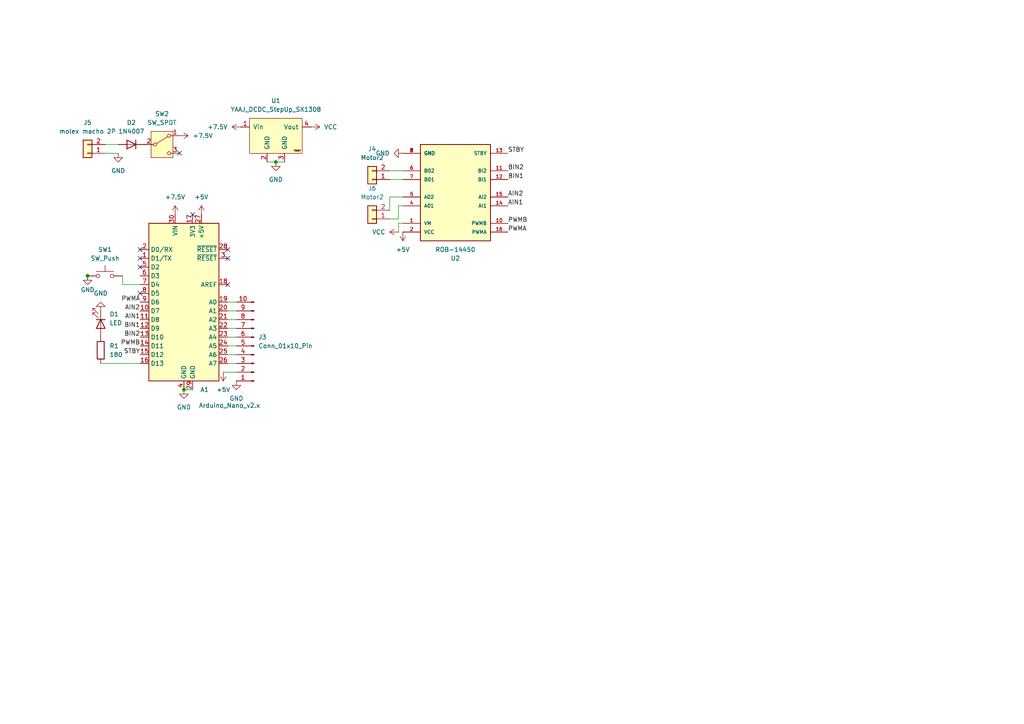
<source format=kicad_sch>
(kicad_sch (version 20231120) (generator "eeschema") (generator_version "8.0")
  (paper "A4")
  (lib_symbols
    (symbol "Connector:Conn_01x10_Pin" (pin_names (offset 1.016) hide)
      (property "Reference" "J" (at 0 12.7 0))
      (property "Value" "Conn_01x10_Pin" (at 0 -15.24 0))
      (symbol "Conn_01x10_Pin_1_1"
        (polyline (pts (xy 1.27 -12.7) (xy 0.8636 -12.7)) (stroke (width 0.1524)))
        (polyline (pts (xy 1.27 -10.16) (xy 0.8636 -10.16)) (stroke (width 0.1524)))
        (polyline (pts (xy 1.27 -7.62) (xy 0.8636 -7.62)) (stroke (width 0.1524)))
        (polyline (pts (xy 1.27 -5.08) (xy 0.8636 -5.08)) (stroke (width 0.1524)))
        (polyline (pts (xy 1.27 -2.54) (xy 0.8636 -2.54)) (stroke (width 0.1524)))
        (polyline (pts (xy 1.27 0) (xy 0.8636 0)) (stroke (width 0.1524)))
        (polyline (pts (xy 1.27 2.54) (xy 0.8636 2.54)) (stroke (width 0.1524)))
        (polyline (pts (xy 1.27 5.08) (xy 0.8636 5.08)) (stroke (width 0.1524)))
        (polyline (pts (xy 1.27 7.62) (xy 0.8636 7.62)) (stroke (width 0.1524)))
        (polyline (pts (xy 1.27 10.16) (xy 0.8636 10.16)) (stroke (width 0.1524)))
        (rectangle (start 0.8636 -12.573) (end 0 -12.827) (stroke (width 0.1524)) (fill (type outline)))
        (rectangle (start 0.8636 -10.033) (end 0 -10.287) (stroke (width 0.1524)) (fill (type outline)))
        (rectangle (start 0.8636 -7.493) (end 0 -7.747) (stroke (width 0.1524)) (fill (type outline)))
        (rectangle (start 0.8636 -4.953) (end 0 -5.207) (stroke (width 0.1524)) (fill (type outline)))
        (rectangle (start 0.8636 -2.413) (end 0 -2.667) (stroke (width 0.1524)) (fill (type outline)))
        (rectangle (start 0.8636 0.127) (end 0 -0.127) (stroke (width 0.1524)) (fill (type outline)))
        (rectangle (start 0.8636 2.667) (end 0 2.413) (stroke (width 0.1524)) (fill (type outline)))
        (rectangle (start 0.8636 5.207) (end 0 4.953) (stroke (width 0.1524)) (fill (type outline)))
        (rectangle (start 0.8636 7.747) (end 0 7.493) (stroke (width 0.1524)) (fill (type outline)))
        (rectangle (start 0.8636 10.287) (end 0 10.033) (stroke (width 0.1524)) (fill (type outline)))
        (pin passive line (at 5.08 10.16 180) (length 3.81) (name "Pin_1") (number "1"))
        (pin passive line (at 5.08 -12.7 180) (length 3.81) (name "Pin_10") (number "10"))
        (pin passive line (at 5.08 7.62 180) (length 3.81) (name "Pin_2") (number "2"))
        (pin passive line (at 5.08 5.08 180) (length 3.81) (name "Pin_3") (number "3"))
        (pin passive line (at 5.08 2.54 180) (length 3.81) (name "Pin_4") (number "4"))
        (pin passive line (at 5.08 0 180) (length 3.81) (name "Pin_5") (number "5"))
        (pin passive line (at 5.08 -2.54 180) (length 3.81) (name "Pin_6") (number "6"))
        (pin passive line (at 5.08 -5.08 180) (length 3.81) (name "Pin_7") (number "7"))
        (pin passive line (at 5.08 -7.62 180) (length 3.81) (name "Pin_8") (number "8"))
        (pin passive line (at 5.08 -10.16 180) (length 3.81) (name "Pin_9") (number "9"))
      )
    )
    (symbol "Connector_Generic:Conn_01x02" (pin_names (offset 1.016) hide)
      (property "Reference" "J" (at 0 2.54 0))
      (property "Value" "Conn_01x02" (at 0 -5.08 0))
      (symbol "Conn_01x02_1_1"
        (rectangle (start -1.27 -2.413) (end 0 -2.667) (stroke (width 0.1524)))
        (rectangle (start -1.27 0.127) (end 0 -0.127) (stroke (width 0.1524)))
        (rectangle (start -1.27 1.27) (end 1.27 -3.81) (stroke (width 0.254)) (fill (type background)))
        (pin passive line (at -5.08 0 0) (length 3.81) (name "Pin_1") (number "1"))
        (pin passive line (at -5.08 -2.54 0) (length 3.81) (name "Pin_2") (number "2"))
      )
    )
    (symbol "Device:D" (pin_numbers hide) (pin_names (offset 1.016) hide)
      (property "Reference" "D" (at 0 2.54 0))
      (property "Value" "D" (at 0 -2.54 0))
      (symbol "D_0_1"
        (polyline (pts (xy -1.27 1.27) (xy -1.27 -1.27)) (stroke (width 0.254)))
        (polyline (pts (xy 1.27 0) (xy -1.27 0)))
        (polyline (pts (xy 1.27 1.27) (xy 1.27 -1.27) (xy -1.27 0) (xy 1.27 1.27)) (stroke (width 0.254)))
      )
      (symbol "D_1_1"
        (pin passive line (at -3.81 0 0) (length 2.54) (name "K") (number "1"))
        (pin passive line (at 3.81 0 180) (length 2.54) (name "A") (number "2"))
      )
    )
    (symbol "Device:LED" (pin_numbers hide) (pin_names (offset 1.016) hide)
      (property "Reference" "D" (at 0 2.54 0))
      (property "Value" "LED" (at 0 -2.54 0))
      (symbol "LED_0_1"
        (polyline (pts (xy -1.27 -1.27) (xy -1.27 1.27)) (stroke (width 0.254)))
        (polyline (pts (xy -1.27 0) (xy 1.27 0)))
        (polyline (pts (xy 1.27 -1.27) (xy 1.27 1.27) (xy -1.27 0) (xy 1.27 -1.27)) (stroke (width 0.254)))
        (polyline (pts (xy -3.048 -0.762) (xy -4.572 -2.286) (xy -3.81 -2.286) (xy -4.572 -2.286) (xy -4.572 -1.524)))
        (polyline (pts (xy -1.778 -0.762) (xy -3.302 -2.286) (xy -2.54 -2.286) (xy -3.302 -2.286) (xy -3.302 -1.524)))
      )
      (symbol "LED_1_1"
        (pin passive line (at -3.81 0 0) (length 2.54) (name "K") (number "1"))
        (pin passive line (at 3.81 0 180) (length 2.54) (name "A") (number "2"))
      )
    )
    (symbol "Device:R" (pin_numbers hide) (pin_names (offset 0))
      (property "Reference" "R" (at 2.032 0 90))
      (property "Value" "R" (at 0 0 90))
      (symbol "R_0_1"
        (rectangle (start -1.016 -2.54) (end 1.016 2.54) (stroke (width 0.254)))
      )
      (symbol "R_1_1"
        (pin passive line (at 0 3.81 270) (length 1.27) (name "~") (number "1"))
        (pin passive line (at 0 -3.81 90) (length 1.27) (name "~") (number "2"))
      )
    )
    (symbol "MCU_Module:Arduino_Nano_v2.x"
      (property "Reference" "A" (at -10.16 23.495 0))
      (property "Value" "Arduino_Nano_v2.x" (at 5.08 -24.13 0))
      (symbol "Arduino_Nano_v2.x_0_1"
        (rectangle (start -10.16 22.86) (end 10.16 -22.86) (stroke (width 0.254)) (fill (type background)))
      )
      (symbol "Arduino_Nano_v2.x_1_1"
        (pin bidirectional line (at -12.7 12.7 0) (length 2.54) (name "D1/TX") (number "1"))
        (pin bidirectional line (at -12.7 -2.54 0) (length 2.54) (name "D7") (number "10"))
        (pin bidirectional line (at -12.7 -5.08 0) (length 2.54) (name "D8") (number "11"))
        (pin bidirectional line (at -12.7 -7.62 0) (length 2.54) (name "D9") (number "12"))
        (pin bidirectional line (at -12.7 -10.16 0) (length 2.54) (name "D10") (number "13"))
        (pin bidirectional line (at -12.7 -12.7 0) (length 2.54) (name "D11") (number "14"))
        (pin bidirectional line (at -12.7 -15.24 0) (length 2.54) (name "D12") (number "15"))
        (pin bidirectional line (at -12.7 -17.78 0) (length 2.54) (name "D13") (number "16"))
        (pin power_out line (at 2.54 25.4 270) (length 2.54) (name "3V3") (number "17"))
        (pin input line (at 12.7 5.08 180) (length 2.54) (name "AREF") (number "18"))
        (pin bidirectional line (at 12.7 0 180) (length 2.54) (name "A0") (number "19"))
        (pin bidirectional line (at -12.7 15.24 0) (length 2.54) (name "D0/RX") (number "2"))
        (pin bidirectional line (at 12.7 -2.54 180) (length 2.54) (name "A1") (number "20"))
        (pin bidirectional line (at 12.7 -5.08 180) (length 2.54) (name "A2") (number "21"))
        (pin bidirectional line (at 12.7 -7.62 180) (length 2.54) (name "A3") (number "22"))
        (pin bidirectional line (at 12.7 -10.16 180) (length 2.54) (name "A4") (number "23"))
        (pin bidirectional line (at 12.7 -12.7 180) (length 2.54) (name "A5") (number "24"))
        (pin bidirectional line (at 12.7 -15.24 180) (length 2.54) (name "A6") (number "25"))
        (pin bidirectional line (at 12.7 -17.78 180) (length 2.54) (name "A7") (number "26"))
        (pin power_out line (at 5.08 25.4 270) (length 2.54) (name "+5V") (number "27"))
        (pin input line (at 12.7 15.24 180) (length 2.54) (name "~{RESET}") (number "28"))
        (pin power_in line (at 2.54 -25.4 90) (length 2.54) (name "GND") (number "29"))
        (pin input line (at 12.7 12.7 180) (length 2.54) (name "~{RESET}") (number "3"))
        (pin power_in line (at -2.54 25.4 270) (length 2.54) (name "VIN") (number "30"))
        (pin power_in line (at 0 -25.4 90) (length 2.54) (name "GND") (number "4"))
        (pin bidirectional line (at -12.7 10.16 0) (length 2.54) (name "D2") (number "5"))
        (pin bidirectional line (at -12.7 7.62 0) (length 2.54) (name "D3") (number "6"))
        (pin bidirectional line (at -12.7 5.08 0) (length 2.54) (name "D4") (number "7"))
        (pin bidirectional line (at -12.7 2.54 0) (length 2.54) (name "D5") (number "8"))
        (pin bidirectional line (at -12.7 0 0) (length 2.54) (name "D6") (number "9"))
      )
    )
    (symbol "ROB-14450:ROB-14450" (pin_names (offset 1.016))
      (property "Reference" "U" (at -10.16 16.002 0))
      (property "Value" "ROB-14450" (at -10.16 -15.24 0))
      (symbol "ROB-14450_0_0"
        (rectangle (start -10.16 -12.7) (end 10.16 15.24) (stroke (width 0.254)) (fill (type background)))
        (pin power_in line (at 15.24 10.16 180) (length 5.08) (name "VM") (number "1"))
        (pin input line (at -15.24 10.16 0) (length 5.08) (name "PWMB") (number "10"))
        (pin input line (at -15.24 -5.08 0) (length 5.08) (name "BI2") (number "11"))
        (pin input line (at -15.24 -2.54 0) (length 5.08) (name "BI1") (number "12"))
        (pin input line (at -15.24 -10.16 0) (length 5.08) (name "STBY") (number "13"))
        (pin input line (at -15.24 5.08 0) (length 5.08) (name "AI1") (number "14"))
        (pin input line (at -15.24 2.54 0) (length 5.08) (name "AI2") (number "15"))
        (pin input line (at -15.24 12.7 0) (length 5.08) (name "PWMA") (number "16"))
        (pin power_in line (at 15.24 12.7 180) (length 5.08) (name "VCC") (number "2"))
        (pin power_in line (at 15.24 -10.16 180) (length 5.08) (name "GND") (number "3"))
        (pin output line (at 15.24 5.08 180) (length 5.08) (name "A01") (number "4"))
        (pin output line (at 15.24 2.54 180) (length 5.08) (name "A02") (number "5"))
        (pin output line (at 15.24 -5.08 180) (length 5.08) (name "B02") (number "6"))
        (pin output line (at 15.24 -2.54 180) (length 5.08) (name "B01") (number "7"))
        (pin power_in line (at 15.24 -10.16 180) (length 5.08) (name "GND") (number "8"))
        (pin power_in line (at 15.24 -10.16 180) (length 5.08) (name "GND") (number "9"))
      )
    )
    (symbol "Switch:SW_Push" (pin_numbers hide) (pin_names (offset 1.016) hide)
      (property "Reference" "SW" (at 1.27 2.54 0))
      (property "Value" "SW_Push" (at 0 -1.524 0))
      (symbol "SW_Push_0_1"
        (circle (center -2.032 0) (radius 0.508))
        (polyline (pts (xy 0 1.27) (xy 0 3.048)))
        (polyline (pts (xy 2.54 1.27) (xy -2.54 1.27)))
        (circle (center 2.032 0) (radius 0.508))
        (pin passive line (at -5.08 0 0) (length 2.54) (name "1") (number "1"))
        (pin passive line (at 5.08 0 180) (length 2.54) (name "2") (number "2"))
      )
    )
    (symbol "Switch:SW_SPDT" (pin_names (offset 0) hide)
      (property "Reference" "SW" (at 0 5.08 0))
      (property "Value" "SW_SPDT" (at 0 -5.08 0))
      (symbol "SW_SPDT_0_1"
        (circle (center -2.032 0) (radius 0.4572))
        (polyline (pts (xy -1.651 0.254) (xy 1.651 2.286)))
        (circle (center 2.032 -2.54) (radius 0.4572))
        (circle (center 2.032 2.54) (radius 0.4572))
      )
      (symbol "SW_SPDT_1_1"
        (rectangle (start -3.175 3.81) (end 3.175 -3.81) (fill (type background)))
        (pin passive line (at 5.08 2.54 180) (length 2.54) (name "A") (number "1"))
        (pin passive line (at -5.08 0 0) (length 2.54) (name "B") (number "2"))
        (pin passive line (at 5.08 -2.54 180) (length 2.54) (name "C") (number "3"))
      )
    )
    (symbol "power:+5V" (power) (pin_numbers hide) (pin_names (offset 0) hide)
      (property "Value" "+5V" (at 0 3.556 0))
      (symbol "+5V_0_1"
        (polyline (pts (xy -0.762 1.27) (xy 0 2.54)))
        (polyline (pts (xy 0 0) (xy 0 2.54)))
        (polyline (pts (xy 0 2.54) (xy 0.762 1.27)))
      )
      (symbol "+5V_1_1"
        (pin power_in line (at 0 0 90) (length 0) (name "~") (number "1"))
      )
    )
    (symbol "power:+7.5V" (power) (pin_numbers hide) (pin_names (offset 0) hide)
      (property "Value" "+7.5V" (at 0 3.556 0))
      (symbol "+7.5V_0_1"
        (polyline (pts (xy -0.762 1.27) (xy 0 2.54)))
        (polyline (pts (xy 0 0) (xy 0 2.54)))
        (polyline (pts (xy 0 2.54) (xy 0.762 1.27)))
      )
      (symbol "+7.5V_1_1"
        (pin power_in line (at 0 0 90) (length 0) (name "~") (number "1"))
      )
    )
    (symbol "power:GND" (power) (pin_numbers hide) (pin_names (offset 0) hide)
      (property "Value" "GND" (at 0 -3.81 0))
      (symbol "GND_0_1"
        (polyline (pts (xy 0 0) (xy 0 -1.27) (xy 1.27 -1.27) (xy 0 -2.54) (xy -1.27 -1.27) (xy 0 -1.27)))
      )
      (symbol "GND_1_1"
        (pin power_in line (at 0 0 270) (length 0) (name "~") (number "1"))
      )
    )
    (symbol "power:VCC" (power) (pin_numbers hide) (pin_names (offset 0) hide)
      (property "Value" "VCC" (at 0 3.556 0))
      (symbol "VCC_0_1"
        (polyline (pts (xy -0.762 1.27) (xy 0 2.54)))
        (polyline (pts (xy 0 0) (xy 0 2.54)))
        (polyline (pts (xy 0 2.54) (xy 0.762 1.27)))
      )
      (symbol "VCC_1_1"
        (pin power_in line (at 0 0 90) (length 0) (name "~") (number "1"))
      )
    )
    (symbol "yaaj_dcdc_stepup_sx1308:YAAJ_DCDC_StepUp_SX1308" (pin_names (offset 1.016))
      (property "Reference" "U" (at -5.08 6.35 0))
      (property "Value" "YAAJ_DCDC_StepUp_SX1308" (at 1.27 11.43 0))
      (symbol "YAAJ_DCDC_StepUp_SX1308_1_1"
        (rectangle (start -7.62 2.54) (end 7.62 -7.62) (fill (type background)))
        (text "Y@@V" (at 6.1976 -6.8072 0) (effects (font (size 0.508 0.508))))
        (pin power_in line (at -10.16 0 0) (length 2.54) (name "Vin") (number "1"))
        (pin power_in line (at -2.54 -10.16 90) (length 2.54) (name "GND") (number "2"))
        (pin power_in line (at 2.54 -10.16 90) (length 2.54) (name "GND") (number "3"))
        (pin power_out line (at 10.16 0 180) (length 2.54) (name "Vout") (number "4"))
      )
    )
  )
  (junction (at 80.01 46.99))
  (junction (at 53.34 113.03))
  (junction (at 25.4 80.01))
  (no_connect (at 40.64 74.93))
  (no_connect (at 52.07 44.45))
  (no_connect (at 40.64 72.39))
  (no_connect (at 55.88 62.23))
  (no_connect (at 66.04 74.93))
  (no_connect (at 40.64 77.47))
  (no_connect (at 40.64 85.09))
  (no_connect (at 66.04 72.39))
  (no_connect (at 66.04 82.55))
  (wire (pts (xy 29.21 105.41) (xy 40.64 105.41)))
  (wire (pts (xy 113.03 57.15) (xy 116.84 57.15)))
  (wire (pts (xy 30.48 44.45) (xy 34.29 44.45)))
  (wire (pts (xy 25.4 80.01) (xy 25.4 81.28)))
  (wire (pts (xy 66.04 97.79) (xy 68.58 97.79)))
  (wire (pts (xy 66.04 105.41) (xy 68.58 105.41)))
  (wire (pts (xy 116.84 52.07) (xy 113.03 52.07)))
  (wire (pts (xy 35.56 80.01) (xy 35.56 82.55)))
  (wire (pts (xy 116.84 49.53) (xy 113.03 49.53)))
  (wire (pts (xy 35.56 82.55) (xy 40.64 82.55)))
  (wire (pts (xy 115.57 64.77) (xy 116.84 64.77)))
  (wire (pts (xy 66.04 92.71) (xy 68.58 92.71)))
  (wire (pts (xy 80.01 46.99) (xy 82.55 46.99)))
  (wire (pts (xy 113.03 60.96) (xy 113.03 57.15)))
  (wire (pts (xy 66.04 87.63) (xy 68.58 87.63)))
  (wire (pts (xy 66.04 95.25) (xy 68.58 95.25)))
  (wire (pts (xy 77.47 46.99) (xy 80.01 46.99)))
  (wire (pts (xy 115.57 67.31) (xy 115.57 64.77)))
  (wire (pts (xy 116.84 59.69) (xy 115.57 59.69)))
  (wire (pts (xy 64.77 107.95) (xy 68.58 107.95)))
  (wire (pts (xy 66.04 102.87) (xy 68.58 102.87)))
  (wire (pts (xy 66.04 90.17) (xy 68.58 90.17)))
  (wire (pts (xy 53.34 113.03) (xy 55.88 113.03)))
  (wire (pts (xy 115.57 63.5) (xy 113.03 63.5)))
  (wire (pts (xy 30.48 41.91) (xy 34.29 41.91)))
  (wire (pts (xy 115.57 59.69) (xy 115.57 63.5)))
  (wire (pts (xy 66.04 100.33) (xy 68.58 100.33)))
  (label "AIN1" (at 147.32 59.69 0))
  (label "PWMB" (at 40.64 100.33 180))
  (label "PWMB" (at 147.32 64.77 0))
  (label "BIN1" (at 40.64 95.25 180))
  (label "BIN2" (at 40.64 97.79 180))
  (label "BIN2" (at 147.32 49.53 0))
  (label "BIN1" (at 147.32 52.07 0))
  (label "STBY" (at 40.64 102.87 180))
  (label "PWMA" (at 40.64 87.63 180))
  (label "STBY" (at 147.32 44.45 0))
  (label "AIN2" (at 147.32 57.15 0))
  (label "AIN1" (at 40.64 92.71 180))
  (label "PWMA" (at 147.32 67.31 0))
  (label "AIN2" (at 40.64 90.17 180))
  (symbol (lib_id "Switch:SW_SPDT") (at 46.99 41.91 0) (unit 1)
    (property "Reference" "SW2" (at 46.99 33.02 0))
    (property "Value" "SW_SPDT" (at 46.99 35.56 0))
    (property "Footprint" "Button_Switch_THT:SW_Slide_SPDT_Straight_CK_OS102011MS2Q" (effects (hide yes)))
    (property "Description" "Switch, single pole double throw" (effects (hide yes)))
  )
  (symbol (lib_id "Device:D") (at 38.1 41.91 180) (unit 1)
    (property "Reference" "D2" (at 38.1 35.56 0))
    (property "Value" "1N4007" (at 38.1 38.1 0))
    (property "Footprint" "Diode_THT:D_DO-41_SOD81_P10.16mm_Horizontal" (effects (hide yes)))
    (property "Description" "Diode" (effects (hide yes)))
    (property "Sim.Device" "D" (effects (hide yes)))
    (property "Sim.Pins" "1=K 2=A" (effects (hide yes)))
  )
  (symbol (lib_id "power:+7.5V") (at 50.8 62.23 0) (unit 1)
    (property "Reference" "#PWR08" (effects (hide yes)))
    (property "Value" "+7.5V" (at 50.8 57.15 0))
    (property "Description" "Power symbol creates a global label with name \"+7.5V\"" (effects (hide yes)))
  )
  (symbol (lib_id "Device:R") (at 29.21 101.6 0) (unit 1)
    (property "Reference" "R1" (at 31.75 100.3299 0) (effects (justify left)))
    (property "Value" "180" (at 31.75 102.8699 0) (effects (justify left)))
    (property "Footprint" "Resistor_SMD:R_1206_3216Metric" (effects (hide yes)))
    (property "Description" "Resistor" (effects (hide yes)))
  )
  (symbol (lib_id "Switch:SW_Push") (at 30.48 80.01 0) (unit 1)
    (property "Reference" "SW1" (at 30.48 72.39 0))
    (property "Value" "SW_Push" (at 30.48 74.93 0))
    (property "Footprint" "Button_Switch_THT:SW_PUSH_6mm" (effects (hide yes)))
    (property "Description" "Push button switch, generic, two pins" (effects (hide yes)))
  )
  (symbol (lib_id "power:VCC") (at 115.57 67.31 90) (unit 1)
    (property "Reference" "#PWR014" (effects (hide yes)))
    (property "Value" "VCC" (at 111.76 67.3101 90) (effects (justify left)))
    (property "Description" "Power symbol creates a global label with name \"VCC\"" (effects (hide yes)))
  )
  (symbol (lib_id "power:VCC") (at 90.17 36.83 270) (unit 1)
    (property "Reference" "#PWR012" (effects (hide yes)))
    (property "Value" "VCC" (at 93.98 36.8299 90) (effects (justify left)))
    (property "Description" "Power symbol creates a global label with name \"VCC\"" (effects (hide yes)))
  )
  (symbol (lib_id "ROB-14450:ROB-14450") (at 132.08 54.61 180) (unit 1)
    (property "Reference" "U2" (at 132.08 74.93 0))
    (property "Value" "ROB-14450" (at 132.08 72.39 0))
    (property "Footprint" "ROB-14450:MODULE_ROB-14450" (effects (hide yes)))
    (property "MF" "SparkFun Electronics" (effects (hide yes)))
    (property "Description_1" "\n                        \n                            TB6612FNG - Motor Controller/Driver Power Management Evaluation Board\n                        \n" (effects (hide yes)))
    (property "Package" "None" (effects (hide yes)))
    (property "Price" "None" (effects (hide yes)))
    (property "Check_prices" "https://www.snapeda.com/parts/ROB-14450/SparkFun+Electronics/view-part/?ref=eda" (effects (hide yes)))
    (property "STANDARD" "Manufacturer Recommendation" (effects (hide yes)))
    (property "PARTREV" "11-13-17" (effects (hide yes)))
    (property "SnapEDA_Link" "https://www.snapeda.com/parts/ROB-14450/SparkFun+Electronics/view-part/?ref=snap" (effects (hide yes)))
    (property "MP" "ROB-14450" (effects (hide yes)))
    (property "Availability" "In Stock" (effects (hide yes)))
    (property "MANUFACTURER" "Sparkfun Electronics" (effects (hide yes)))
  )
  (symbol (lib_id "Connector:Conn_01x10_Pin") (at 73.66 100.33 180) (unit 1)
    (property "Reference" "J3" (at 74.93 97.7899 0) (effects (justify right)))
    (property "Value" "Conn_01x10_Pin" (at 74.93 100.3299 0) (effects (justify right)))
    (property "Footprint" "Connector_PinHeader_2.00mm:PinHeader_1x10_P2.00mm_Vertical" (effects (hide yes)))
    (property "Description" "Generic connector, single row, 01x10, script generated" (effects (hide yes)))
  )
  (symbol (lib_id "yaaj_dcdc_stepup_sx1308:YAAJ_DCDC_StepUp_SX1308") (at 80.01 36.83 0) (unit 1)
    (property "Reference" "U1" (at 80.01 29.21 0))
    (property "Value" "YAAJ_DCDC_StepUp_SX1308" (at 80.01 31.75 0))
    (property "Footprint" "KiCad:YAAJ_DCDC_StepUp_SX1308" (effects (hide yes)))
    (property "Description" "module : adjustable stepup converter module2V-24V to 2V-28V 2A" (effects (hide yes)))
  )
  (symbol (lib_id "power:+5V") (at 64.77 107.95 180) (unit 1)
    (property "Reference" "#PWR05" (effects (hide yes)))
    (property "Value" "+5V" (at 64.77 113.03 0))
    (property "Description" "Power symbol creates a global label with name \"+5V\"" (effects (hide yes)))
  )
  (symbol (lib_id "power:+7.5V") (at 69.85 36.83 90) (unit 1)
    (property "Reference" "#PWR010" (effects (hide yes)))
    (property "Value" "+7.5V" (at 66.04 36.8299 90) (effects (justify left)))
    (property "Description" "Power symbol creates a global label with name \"+7.5V\"" (effects (hide yes)))
  )
  (symbol (lib_id "power:+5V") (at 58.42 62.23 0) (unit 1)
    (property "Reference" "#PWR02" (effects (hide yes)))
    (property "Value" "+5V" (at 58.42 57.15 0))
    (property "Description" "Power symbol creates a global label with name \"+5V\"" (effects (hide yes)))
  )
  (symbol (lib_id "power:GND") (at 25.4 80.01 0) (unit 1)
    (property "Reference" "#PWR011" (effects (hide yes)))
    (property "Value" "GND" (at 23.368 84.074 0) (effects (justify left)))
    (property "Description" "Power symbol creates a global label with name \"GND\" , ground" (effects (hide yes)))
  )
  (symbol (lib_id "power:GND") (at 53.34 113.03 0) (unit 1)
    (property "Reference" "#PWR03" (effects (hide yes)))
    (property "Value" "GND" (at 53.34 118.11 0))
    (property "Description" "Power symbol creates a global label with name \"GND\" , ground" (effects (hide yes)))
  )
  (symbol (lib_id "Connector_Generic:Conn_01x02") (at 25.4 44.45 180) (unit 1)
    (property "Reference" "J5" (at 25.4 35.56 0))
    (property "Value" "molex macho 2P" (at 25.4 38.1 0))
    (property "Footprint" "Connector_Molex:Molex_KK-254_AE-6410-02A_1x02_P2.54mm_Vertical" (effects (hide yes)))
    (property "Description" "Generic connector, single row, 01x02, script generated (kicad-library-utils/schlib/autogen/connector/)" (effects (hide yes)))
  )
  (symbol (lib_id "power:GND") (at 29.21 90.17 180) (unit 1)
    (property "Reference" "#PWR06" (effects (hide yes)))
    (property "Value" "GND" (at 29.21 85.09 0))
    (property "Description" "Power symbol creates a global label with name \"GND\" , ground" (effects (hide yes)))
  )
  (symbol (lib_id "power:+5V") (at 116.84 67.31 180) (unit 1)
    (property "Reference" "#PWR013" (effects (hide yes)))
    (property "Value" "+5V" (at 116.84 72.39 0))
    (property "Description" "Power symbol creates a global label with name \"+5V\"" (effects (hide yes)))
  )
  (symbol (lib_id "power:GND") (at 80.01 46.99 0) (unit 1)
    (property "Reference" "#PWR09" (effects (hide yes)))
    (property "Value" "GND" (at 80.01 52.07 0))
    (property "Description" "Power symbol creates a global label with name \"GND\" , ground" (effects (hide yes)))
  )
  (symbol (lib_id "Device:LED") (at 29.21 93.98 270) (unit 1)
    (property "Reference" "D1" (at 31.75 91.1224 90) (effects (justify left)))
    (property "Value" "LED" (at 31.75 93.6624 90) (effects (justify left)))
    (property "Footprint" "LED_THT:LED_D3.0mm" (effects (hide yes)))
    (property "Description" "Light emitting diode" (effects (hide yes)))
  )
  (symbol (lib_id "power:GND") (at 116.84 44.45 270) (unit 1)
    (property "Reference" "#PWR015" (effects (hide yes)))
    (property "Value" "GND" (at 113.03 44.4499 90) (effects (justify right)))
    (property "Description" "Power symbol creates a global label with name \"GND\" , ground" (effects (hide yes)))
  )
  (symbol (lib_id "MCU_Module:Arduino_Nano_v2.x") (at 53.34 87.63 0) (unit 1)
    (property "Reference" "A1" (at 58.0741 113.03 0) (effects (justify left)))
    (property "Value" "Arduino_Nano_v2.x" (at 57.658 117.602 0) (effects (justify left)))
    (property "Footprint" "Module:Arduino_Nano" (effects (hide yes)))
    (property "Datasheet" "https://www.arduino.cc/en/uploads/Main/ArduinoNanoManual23.pdf" (effects (hide yes)))
    (property "Description" "Arduino Nano v2.x" (effects (hide yes)))
  )
  (symbol (lib_id "Connector_Generic:Conn_01x02") (at 107.95 52.07 180) (unit 1)
    (property "Reference" "J4" (at 107.95 43.18 0))
    (property "Value" "Motor2" (at 107.95 45.72 0))
    (property "Footprint" "Connector_Molex:Molex_KK-254_AE-6410-02A_1x02_P2.54mm_Vertical" (effects (hide yes)))
    (property "Description" "Generic connector, single row, 01x02, script generated (kicad-library-utils/schlib/autogen/connector/)" (effects (hide yes)))
  )
  (symbol (lib_id "power:+7.5V") (at 52.07 39.37 270) (unit 1)
    (property "Reference" "#PWR07" (effects (hide yes)))
    (property "Value" "+7.5V" (at 55.88 39.3699 90) (effects (justify left)))
    (property "Description" "Power symbol creates a global label with name \"+7.5V\"" (effects (hide yes)))
  )
  (symbol (lib_id "power:GND") (at 68.58 110.49 0) (unit 1)
    (property "Reference" "#PWR01" (effects (hide yes)))
    (property "Value" "GND" (at 68.58 115.57 0))
    (property "Description" "Power symbol creates a global label with name \"GND\" , ground" (effects (hide yes)))
  )
  (symbol (lib_id "power:GND") (at 34.29 44.45 0) (unit 1)
    (property "Reference" "#PWR04" (effects (hide yes)))
    (property "Value" "GND" (at 34.29 49.53 0))
    (property "Description" "Power symbol creates a global label with name \"GND\" , ground" (effects (hide yes)))
  )
  (symbol (lib_id "Connector_Generic:Conn_01x02") (at 107.95 63.5 180) (unit 1)
    (property "Reference" "J6" (at 107.95 54.61 0))
    (property "Value" "Motor2" (at 107.95 57.15 0))
    (property "Footprint" "Connector_Molex:Molex_KK-254_AE-6410-02A_1x02_P2.54mm_Vertical" (effects (hide yes)))
    (property "Description" "Generic connector, single row, 01x02, script generated (kicad-library-utils/schlib/autogen/connector/)" (effects (hide yes)))
  )
)
</source>
